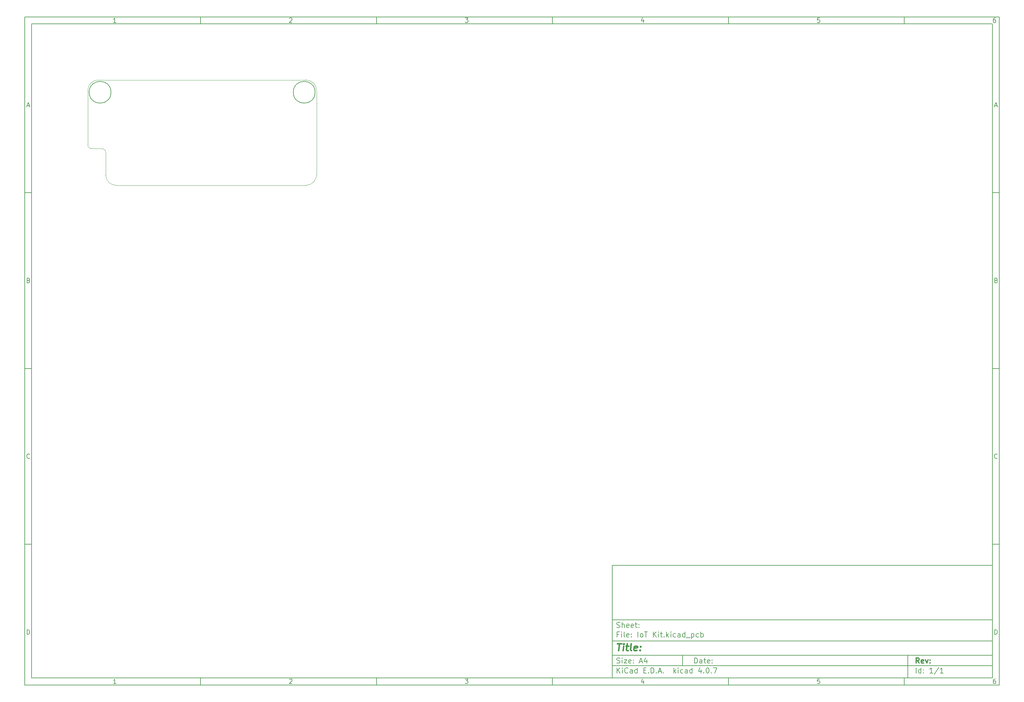
<source format=gbr>
G04 #@! TF.FileFunction,Other,User*
%FSLAX46Y46*%
G04 Gerber Fmt 4.6, Leading zero omitted, Abs format (unit mm)*
G04 Created by KiCad (PCBNEW 4.0.7) date Thursday 07 December 2017 'o51' 11:51:57*
%MOMM*%
%LPD*%
G01*
G04 APERTURE LIST*
%ADD10C,0.100000*%
%ADD11C,0.150000*%
%ADD12C,0.300000*%
%ADD13C,0.400000*%
G04 APERTURE END LIST*
D10*
D11*
X177002200Y-166007200D02*
X177002200Y-198007200D01*
X285002200Y-198007200D01*
X285002200Y-166007200D01*
X177002200Y-166007200D01*
D10*
D11*
X10000000Y-10000000D02*
X10000000Y-200007200D01*
X287002200Y-200007200D01*
X287002200Y-10000000D01*
X10000000Y-10000000D01*
D10*
D11*
X12000000Y-12000000D02*
X12000000Y-198007200D01*
X285002200Y-198007200D01*
X285002200Y-12000000D01*
X12000000Y-12000000D01*
D10*
D11*
X60000000Y-12000000D02*
X60000000Y-10000000D01*
D10*
D11*
X110000000Y-12000000D02*
X110000000Y-10000000D01*
D10*
D11*
X160000000Y-12000000D02*
X160000000Y-10000000D01*
D10*
D11*
X210000000Y-12000000D02*
X210000000Y-10000000D01*
D10*
D11*
X260000000Y-12000000D02*
X260000000Y-10000000D01*
D10*
D11*
X35990476Y-11588095D02*
X35247619Y-11588095D01*
X35619048Y-11588095D02*
X35619048Y-10288095D01*
X35495238Y-10473810D01*
X35371429Y-10597619D01*
X35247619Y-10659524D01*
D10*
D11*
X85247619Y-10411905D02*
X85309524Y-10350000D01*
X85433333Y-10288095D01*
X85742857Y-10288095D01*
X85866667Y-10350000D01*
X85928571Y-10411905D01*
X85990476Y-10535714D01*
X85990476Y-10659524D01*
X85928571Y-10845238D01*
X85185714Y-11588095D01*
X85990476Y-11588095D01*
D10*
D11*
X135185714Y-10288095D02*
X135990476Y-10288095D01*
X135557143Y-10783333D01*
X135742857Y-10783333D01*
X135866667Y-10845238D01*
X135928571Y-10907143D01*
X135990476Y-11030952D01*
X135990476Y-11340476D01*
X135928571Y-11464286D01*
X135866667Y-11526190D01*
X135742857Y-11588095D01*
X135371429Y-11588095D01*
X135247619Y-11526190D01*
X135185714Y-11464286D01*
D10*
D11*
X185866667Y-10721429D02*
X185866667Y-11588095D01*
X185557143Y-10226190D02*
X185247619Y-11154762D01*
X186052381Y-11154762D01*
D10*
D11*
X235928571Y-10288095D02*
X235309524Y-10288095D01*
X235247619Y-10907143D01*
X235309524Y-10845238D01*
X235433333Y-10783333D01*
X235742857Y-10783333D01*
X235866667Y-10845238D01*
X235928571Y-10907143D01*
X235990476Y-11030952D01*
X235990476Y-11340476D01*
X235928571Y-11464286D01*
X235866667Y-11526190D01*
X235742857Y-11588095D01*
X235433333Y-11588095D01*
X235309524Y-11526190D01*
X235247619Y-11464286D01*
D10*
D11*
X285866667Y-10288095D02*
X285619048Y-10288095D01*
X285495238Y-10350000D01*
X285433333Y-10411905D01*
X285309524Y-10597619D01*
X285247619Y-10845238D01*
X285247619Y-11340476D01*
X285309524Y-11464286D01*
X285371429Y-11526190D01*
X285495238Y-11588095D01*
X285742857Y-11588095D01*
X285866667Y-11526190D01*
X285928571Y-11464286D01*
X285990476Y-11340476D01*
X285990476Y-11030952D01*
X285928571Y-10907143D01*
X285866667Y-10845238D01*
X285742857Y-10783333D01*
X285495238Y-10783333D01*
X285371429Y-10845238D01*
X285309524Y-10907143D01*
X285247619Y-11030952D01*
D10*
D11*
X60000000Y-198007200D02*
X60000000Y-200007200D01*
D10*
D11*
X110000000Y-198007200D02*
X110000000Y-200007200D01*
D10*
D11*
X160000000Y-198007200D02*
X160000000Y-200007200D01*
D10*
D11*
X210000000Y-198007200D02*
X210000000Y-200007200D01*
D10*
D11*
X260000000Y-198007200D02*
X260000000Y-200007200D01*
D10*
D11*
X35990476Y-199595295D02*
X35247619Y-199595295D01*
X35619048Y-199595295D02*
X35619048Y-198295295D01*
X35495238Y-198481010D01*
X35371429Y-198604819D01*
X35247619Y-198666724D01*
D10*
D11*
X85247619Y-198419105D02*
X85309524Y-198357200D01*
X85433333Y-198295295D01*
X85742857Y-198295295D01*
X85866667Y-198357200D01*
X85928571Y-198419105D01*
X85990476Y-198542914D01*
X85990476Y-198666724D01*
X85928571Y-198852438D01*
X85185714Y-199595295D01*
X85990476Y-199595295D01*
D10*
D11*
X135185714Y-198295295D02*
X135990476Y-198295295D01*
X135557143Y-198790533D01*
X135742857Y-198790533D01*
X135866667Y-198852438D01*
X135928571Y-198914343D01*
X135990476Y-199038152D01*
X135990476Y-199347676D01*
X135928571Y-199471486D01*
X135866667Y-199533390D01*
X135742857Y-199595295D01*
X135371429Y-199595295D01*
X135247619Y-199533390D01*
X135185714Y-199471486D01*
D10*
D11*
X185866667Y-198728629D02*
X185866667Y-199595295D01*
X185557143Y-198233390D02*
X185247619Y-199161962D01*
X186052381Y-199161962D01*
D10*
D11*
X235928571Y-198295295D02*
X235309524Y-198295295D01*
X235247619Y-198914343D01*
X235309524Y-198852438D01*
X235433333Y-198790533D01*
X235742857Y-198790533D01*
X235866667Y-198852438D01*
X235928571Y-198914343D01*
X235990476Y-199038152D01*
X235990476Y-199347676D01*
X235928571Y-199471486D01*
X235866667Y-199533390D01*
X235742857Y-199595295D01*
X235433333Y-199595295D01*
X235309524Y-199533390D01*
X235247619Y-199471486D01*
D10*
D11*
X285866667Y-198295295D02*
X285619048Y-198295295D01*
X285495238Y-198357200D01*
X285433333Y-198419105D01*
X285309524Y-198604819D01*
X285247619Y-198852438D01*
X285247619Y-199347676D01*
X285309524Y-199471486D01*
X285371429Y-199533390D01*
X285495238Y-199595295D01*
X285742857Y-199595295D01*
X285866667Y-199533390D01*
X285928571Y-199471486D01*
X285990476Y-199347676D01*
X285990476Y-199038152D01*
X285928571Y-198914343D01*
X285866667Y-198852438D01*
X285742857Y-198790533D01*
X285495238Y-198790533D01*
X285371429Y-198852438D01*
X285309524Y-198914343D01*
X285247619Y-199038152D01*
D10*
D11*
X10000000Y-60000000D02*
X12000000Y-60000000D01*
D10*
D11*
X10000000Y-110000000D02*
X12000000Y-110000000D01*
D10*
D11*
X10000000Y-160000000D02*
X12000000Y-160000000D01*
D10*
D11*
X10690476Y-35216667D02*
X11309524Y-35216667D01*
X10566667Y-35588095D02*
X11000000Y-34288095D01*
X11433333Y-35588095D01*
D10*
D11*
X11092857Y-84907143D02*
X11278571Y-84969048D01*
X11340476Y-85030952D01*
X11402381Y-85154762D01*
X11402381Y-85340476D01*
X11340476Y-85464286D01*
X11278571Y-85526190D01*
X11154762Y-85588095D01*
X10659524Y-85588095D01*
X10659524Y-84288095D01*
X11092857Y-84288095D01*
X11216667Y-84350000D01*
X11278571Y-84411905D01*
X11340476Y-84535714D01*
X11340476Y-84659524D01*
X11278571Y-84783333D01*
X11216667Y-84845238D01*
X11092857Y-84907143D01*
X10659524Y-84907143D01*
D10*
D11*
X11402381Y-135464286D02*
X11340476Y-135526190D01*
X11154762Y-135588095D01*
X11030952Y-135588095D01*
X10845238Y-135526190D01*
X10721429Y-135402381D01*
X10659524Y-135278571D01*
X10597619Y-135030952D01*
X10597619Y-134845238D01*
X10659524Y-134597619D01*
X10721429Y-134473810D01*
X10845238Y-134350000D01*
X11030952Y-134288095D01*
X11154762Y-134288095D01*
X11340476Y-134350000D01*
X11402381Y-134411905D01*
D10*
D11*
X10659524Y-185588095D02*
X10659524Y-184288095D01*
X10969048Y-184288095D01*
X11154762Y-184350000D01*
X11278571Y-184473810D01*
X11340476Y-184597619D01*
X11402381Y-184845238D01*
X11402381Y-185030952D01*
X11340476Y-185278571D01*
X11278571Y-185402381D01*
X11154762Y-185526190D01*
X10969048Y-185588095D01*
X10659524Y-185588095D01*
D10*
D11*
X287002200Y-60000000D02*
X285002200Y-60000000D01*
D10*
D11*
X287002200Y-110000000D02*
X285002200Y-110000000D01*
D10*
D11*
X287002200Y-160000000D02*
X285002200Y-160000000D01*
D10*
D11*
X285692676Y-35216667D02*
X286311724Y-35216667D01*
X285568867Y-35588095D02*
X286002200Y-34288095D01*
X286435533Y-35588095D01*
D10*
D11*
X286095057Y-84907143D02*
X286280771Y-84969048D01*
X286342676Y-85030952D01*
X286404581Y-85154762D01*
X286404581Y-85340476D01*
X286342676Y-85464286D01*
X286280771Y-85526190D01*
X286156962Y-85588095D01*
X285661724Y-85588095D01*
X285661724Y-84288095D01*
X286095057Y-84288095D01*
X286218867Y-84350000D01*
X286280771Y-84411905D01*
X286342676Y-84535714D01*
X286342676Y-84659524D01*
X286280771Y-84783333D01*
X286218867Y-84845238D01*
X286095057Y-84907143D01*
X285661724Y-84907143D01*
D10*
D11*
X286404581Y-135464286D02*
X286342676Y-135526190D01*
X286156962Y-135588095D01*
X286033152Y-135588095D01*
X285847438Y-135526190D01*
X285723629Y-135402381D01*
X285661724Y-135278571D01*
X285599819Y-135030952D01*
X285599819Y-134845238D01*
X285661724Y-134597619D01*
X285723629Y-134473810D01*
X285847438Y-134350000D01*
X286033152Y-134288095D01*
X286156962Y-134288095D01*
X286342676Y-134350000D01*
X286404581Y-134411905D01*
D10*
D11*
X285661724Y-185588095D02*
X285661724Y-184288095D01*
X285971248Y-184288095D01*
X286156962Y-184350000D01*
X286280771Y-184473810D01*
X286342676Y-184597619D01*
X286404581Y-184845238D01*
X286404581Y-185030952D01*
X286342676Y-185278571D01*
X286280771Y-185402381D01*
X286156962Y-185526190D01*
X285971248Y-185588095D01*
X285661724Y-185588095D01*
D10*
D11*
X200359343Y-193785771D02*
X200359343Y-192285771D01*
X200716486Y-192285771D01*
X200930771Y-192357200D01*
X201073629Y-192500057D01*
X201145057Y-192642914D01*
X201216486Y-192928629D01*
X201216486Y-193142914D01*
X201145057Y-193428629D01*
X201073629Y-193571486D01*
X200930771Y-193714343D01*
X200716486Y-193785771D01*
X200359343Y-193785771D01*
X202502200Y-193785771D02*
X202502200Y-193000057D01*
X202430771Y-192857200D01*
X202287914Y-192785771D01*
X202002200Y-192785771D01*
X201859343Y-192857200D01*
X202502200Y-193714343D02*
X202359343Y-193785771D01*
X202002200Y-193785771D01*
X201859343Y-193714343D01*
X201787914Y-193571486D01*
X201787914Y-193428629D01*
X201859343Y-193285771D01*
X202002200Y-193214343D01*
X202359343Y-193214343D01*
X202502200Y-193142914D01*
X203002200Y-192785771D02*
X203573629Y-192785771D01*
X203216486Y-192285771D02*
X203216486Y-193571486D01*
X203287914Y-193714343D01*
X203430772Y-193785771D01*
X203573629Y-193785771D01*
X204645057Y-193714343D02*
X204502200Y-193785771D01*
X204216486Y-193785771D01*
X204073629Y-193714343D01*
X204002200Y-193571486D01*
X204002200Y-193000057D01*
X204073629Y-192857200D01*
X204216486Y-192785771D01*
X204502200Y-192785771D01*
X204645057Y-192857200D01*
X204716486Y-193000057D01*
X204716486Y-193142914D01*
X204002200Y-193285771D01*
X205359343Y-193642914D02*
X205430771Y-193714343D01*
X205359343Y-193785771D01*
X205287914Y-193714343D01*
X205359343Y-193642914D01*
X205359343Y-193785771D01*
X205359343Y-192857200D02*
X205430771Y-192928629D01*
X205359343Y-193000057D01*
X205287914Y-192928629D01*
X205359343Y-192857200D01*
X205359343Y-193000057D01*
D10*
D11*
X177002200Y-194507200D02*
X285002200Y-194507200D01*
D10*
D11*
X178359343Y-196585771D02*
X178359343Y-195085771D01*
X179216486Y-196585771D02*
X178573629Y-195728629D01*
X179216486Y-195085771D02*
X178359343Y-195942914D01*
X179859343Y-196585771D02*
X179859343Y-195585771D01*
X179859343Y-195085771D02*
X179787914Y-195157200D01*
X179859343Y-195228629D01*
X179930771Y-195157200D01*
X179859343Y-195085771D01*
X179859343Y-195228629D01*
X181430772Y-196442914D02*
X181359343Y-196514343D01*
X181145057Y-196585771D01*
X181002200Y-196585771D01*
X180787915Y-196514343D01*
X180645057Y-196371486D01*
X180573629Y-196228629D01*
X180502200Y-195942914D01*
X180502200Y-195728629D01*
X180573629Y-195442914D01*
X180645057Y-195300057D01*
X180787915Y-195157200D01*
X181002200Y-195085771D01*
X181145057Y-195085771D01*
X181359343Y-195157200D01*
X181430772Y-195228629D01*
X182716486Y-196585771D02*
X182716486Y-195800057D01*
X182645057Y-195657200D01*
X182502200Y-195585771D01*
X182216486Y-195585771D01*
X182073629Y-195657200D01*
X182716486Y-196514343D02*
X182573629Y-196585771D01*
X182216486Y-196585771D01*
X182073629Y-196514343D01*
X182002200Y-196371486D01*
X182002200Y-196228629D01*
X182073629Y-196085771D01*
X182216486Y-196014343D01*
X182573629Y-196014343D01*
X182716486Y-195942914D01*
X184073629Y-196585771D02*
X184073629Y-195085771D01*
X184073629Y-196514343D02*
X183930772Y-196585771D01*
X183645058Y-196585771D01*
X183502200Y-196514343D01*
X183430772Y-196442914D01*
X183359343Y-196300057D01*
X183359343Y-195871486D01*
X183430772Y-195728629D01*
X183502200Y-195657200D01*
X183645058Y-195585771D01*
X183930772Y-195585771D01*
X184073629Y-195657200D01*
X185930772Y-195800057D02*
X186430772Y-195800057D01*
X186645058Y-196585771D02*
X185930772Y-196585771D01*
X185930772Y-195085771D01*
X186645058Y-195085771D01*
X187287915Y-196442914D02*
X187359343Y-196514343D01*
X187287915Y-196585771D01*
X187216486Y-196514343D01*
X187287915Y-196442914D01*
X187287915Y-196585771D01*
X188002201Y-196585771D02*
X188002201Y-195085771D01*
X188359344Y-195085771D01*
X188573629Y-195157200D01*
X188716487Y-195300057D01*
X188787915Y-195442914D01*
X188859344Y-195728629D01*
X188859344Y-195942914D01*
X188787915Y-196228629D01*
X188716487Y-196371486D01*
X188573629Y-196514343D01*
X188359344Y-196585771D01*
X188002201Y-196585771D01*
X189502201Y-196442914D02*
X189573629Y-196514343D01*
X189502201Y-196585771D01*
X189430772Y-196514343D01*
X189502201Y-196442914D01*
X189502201Y-196585771D01*
X190145058Y-196157200D02*
X190859344Y-196157200D01*
X190002201Y-196585771D02*
X190502201Y-195085771D01*
X191002201Y-196585771D01*
X191502201Y-196442914D02*
X191573629Y-196514343D01*
X191502201Y-196585771D01*
X191430772Y-196514343D01*
X191502201Y-196442914D01*
X191502201Y-196585771D01*
X194502201Y-196585771D02*
X194502201Y-195085771D01*
X194645058Y-196014343D02*
X195073629Y-196585771D01*
X195073629Y-195585771D02*
X194502201Y-196157200D01*
X195716487Y-196585771D02*
X195716487Y-195585771D01*
X195716487Y-195085771D02*
X195645058Y-195157200D01*
X195716487Y-195228629D01*
X195787915Y-195157200D01*
X195716487Y-195085771D01*
X195716487Y-195228629D01*
X197073630Y-196514343D02*
X196930773Y-196585771D01*
X196645059Y-196585771D01*
X196502201Y-196514343D01*
X196430773Y-196442914D01*
X196359344Y-196300057D01*
X196359344Y-195871486D01*
X196430773Y-195728629D01*
X196502201Y-195657200D01*
X196645059Y-195585771D01*
X196930773Y-195585771D01*
X197073630Y-195657200D01*
X198359344Y-196585771D02*
X198359344Y-195800057D01*
X198287915Y-195657200D01*
X198145058Y-195585771D01*
X197859344Y-195585771D01*
X197716487Y-195657200D01*
X198359344Y-196514343D02*
X198216487Y-196585771D01*
X197859344Y-196585771D01*
X197716487Y-196514343D01*
X197645058Y-196371486D01*
X197645058Y-196228629D01*
X197716487Y-196085771D01*
X197859344Y-196014343D01*
X198216487Y-196014343D01*
X198359344Y-195942914D01*
X199716487Y-196585771D02*
X199716487Y-195085771D01*
X199716487Y-196514343D02*
X199573630Y-196585771D01*
X199287916Y-196585771D01*
X199145058Y-196514343D01*
X199073630Y-196442914D01*
X199002201Y-196300057D01*
X199002201Y-195871486D01*
X199073630Y-195728629D01*
X199145058Y-195657200D01*
X199287916Y-195585771D01*
X199573630Y-195585771D01*
X199716487Y-195657200D01*
X202216487Y-195585771D02*
X202216487Y-196585771D01*
X201859344Y-195014343D02*
X201502201Y-196085771D01*
X202430773Y-196085771D01*
X203002201Y-196442914D02*
X203073629Y-196514343D01*
X203002201Y-196585771D01*
X202930772Y-196514343D01*
X203002201Y-196442914D01*
X203002201Y-196585771D01*
X204002201Y-195085771D02*
X204145058Y-195085771D01*
X204287915Y-195157200D01*
X204359344Y-195228629D01*
X204430773Y-195371486D01*
X204502201Y-195657200D01*
X204502201Y-196014343D01*
X204430773Y-196300057D01*
X204359344Y-196442914D01*
X204287915Y-196514343D01*
X204145058Y-196585771D01*
X204002201Y-196585771D01*
X203859344Y-196514343D01*
X203787915Y-196442914D01*
X203716487Y-196300057D01*
X203645058Y-196014343D01*
X203645058Y-195657200D01*
X203716487Y-195371486D01*
X203787915Y-195228629D01*
X203859344Y-195157200D01*
X204002201Y-195085771D01*
X205145058Y-196442914D02*
X205216486Y-196514343D01*
X205145058Y-196585771D01*
X205073629Y-196514343D01*
X205145058Y-196442914D01*
X205145058Y-196585771D01*
X205716487Y-195085771D02*
X206716487Y-195085771D01*
X206073630Y-196585771D01*
D10*
D11*
X177002200Y-191507200D02*
X285002200Y-191507200D01*
D10*
D12*
X264216486Y-193785771D02*
X263716486Y-193071486D01*
X263359343Y-193785771D02*
X263359343Y-192285771D01*
X263930771Y-192285771D01*
X264073629Y-192357200D01*
X264145057Y-192428629D01*
X264216486Y-192571486D01*
X264216486Y-192785771D01*
X264145057Y-192928629D01*
X264073629Y-193000057D01*
X263930771Y-193071486D01*
X263359343Y-193071486D01*
X265430771Y-193714343D02*
X265287914Y-193785771D01*
X265002200Y-193785771D01*
X264859343Y-193714343D01*
X264787914Y-193571486D01*
X264787914Y-193000057D01*
X264859343Y-192857200D01*
X265002200Y-192785771D01*
X265287914Y-192785771D01*
X265430771Y-192857200D01*
X265502200Y-193000057D01*
X265502200Y-193142914D01*
X264787914Y-193285771D01*
X266002200Y-192785771D02*
X266359343Y-193785771D01*
X266716485Y-192785771D01*
X267287914Y-193642914D02*
X267359342Y-193714343D01*
X267287914Y-193785771D01*
X267216485Y-193714343D01*
X267287914Y-193642914D01*
X267287914Y-193785771D01*
X267287914Y-192857200D02*
X267359342Y-192928629D01*
X267287914Y-193000057D01*
X267216485Y-192928629D01*
X267287914Y-192857200D01*
X267287914Y-193000057D01*
D10*
D11*
X178287914Y-193714343D02*
X178502200Y-193785771D01*
X178859343Y-193785771D01*
X179002200Y-193714343D01*
X179073629Y-193642914D01*
X179145057Y-193500057D01*
X179145057Y-193357200D01*
X179073629Y-193214343D01*
X179002200Y-193142914D01*
X178859343Y-193071486D01*
X178573629Y-193000057D01*
X178430771Y-192928629D01*
X178359343Y-192857200D01*
X178287914Y-192714343D01*
X178287914Y-192571486D01*
X178359343Y-192428629D01*
X178430771Y-192357200D01*
X178573629Y-192285771D01*
X178930771Y-192285771D01*
X179145057Y-192357200D01*
X179787914Y-193785771D02*
X179787914Y-192785771D01*
X179787914Y-192285771D02*
X179716485Y-192357200D01*
X179787914Y-192428629D01*
X179859342Y-192357200D01*
X179787914Y-192285771D01*
X179787914Y-192428629D01*
X180359343Y-192785771D02*
X181145057Y-192785771D01*
X180359343Y-193785771D01*
X181145057Y-193785771D01*
X182287914Y-193714343D02*
X182145057Y-193785771D01*
X181859343Y-193785771D01*
X181716486Y-193714343D01*
X181645057Y-193571486D01*
X181645057Y-193000057D01*
X181716486Y-192857200D01*
X181859343Y-192785771D01*
X182145057Y-192785771D01*
X182287914Y-192857200D01*
X182359343Y-193000057D01*
X182359343Y-193142914D01*
X181645057Y-193285771D01*
X183002200Y-193642914D02*
X183073628Y-193714343D01*
X183002200Y-193785771D01*
X182930771Y-193714343D01*
X183002200Y-193642914D01*
X183002200Y-193785771D01*
X183002200Y-192857200D02*
X183073628Y-192928629D01*
X183002200Y-193000057D01*
X182930771Y-192928629D01*
X183002200Y-192857200D01*
X183002200Y-193000057D01*
X184787914Y-193357200D02*
X185502200Y-193357200D01*
X184645057Y-193785771D02*
X185145057Y-192285771D01*
X185645057Y-193785771D01*
X186787914Y-192785771D02*
X186787914Y-193785771D01*
X186430771Y-192214343D02*
X186073628Y-193285771D01*
X187002200Y-193285771D01*
D10*
D11*
X263359343Y-196585771D02*
X263359343Y-195085771D01*
X264716486Y-196585771D02*
X264716486Y-195085771D01*
X264716486Y-196514343D02*
X264573629Y-196585771D01*
X264287915Y-196585771D01*
X264145057Y-196514343D01*
X264073629Y-196442914D01*
X264002200Y-196300057D01*
X264002200Y-195871486D01*
X264073629Y-195728629D01*
X264145057Y-195657200D01*
X264287915Y-195585771D01*
X264573629Y-195585771D01*
X264716486Y-195657200D01*
X265430772Y-196442914D02*
X265502200Y-196514343D01*
X265430772Y-196585771D01*
X265359343Y-196514343D01*
X265430772Y-196442914D01*
X265430772Y-196585771D01*
X265430772Y-195657200D02*
X265502200Y-195728629D01*
X265430772Y-195800057D01*
X265359343Y-195728629D01*
X265430772Y-195657200D01*
X265430772Y-195800057D01*
X268073629Y-196585771D02*
X267216486Y-196585771D01*
X267645058Y-196585771D02*
X267645058Y-195085771D01*
X267502201Y-195300057D01*
X267359343Y-195442914D01*
X267216486Y-195514343D01*
X269787914Y-195014343D02*
X268502200Y-196942914D01*
X271073629Y-196585771D02*
X270216486Y-196585771D01*
X270645058Y-196585771D02*
X270645058Y-195085771D01*
X270502201Y-195300057D01*
X270359343Y-195442914D01*
X270216486Y-195514343D01*
D10*
D11*
X177002200Y-187507200D02*
X285002200Y-187507200D01*
D10*
D13*
X178454581Y-188211962D02*
X179597438Y-188211962D01*
X178776010Y-190211962D02*
X179026010Y-188211962D01*
X180014105Y-190211962D02*
X180180771Y-188878629D01*
X180264105Y-188211962D02*
X180156962Y-188307200D01*
X180240295Y-188402438D01*
X180347439Y-188307200D01*
X180264105Y-188211962D01*
X180240295Y-188402438D01*
X180847438Y-188878629D02*
X181609343Y-188878629D01*
X181216486Y-188211962D02*
X181002200Y-189926248D01*
X181073630Y-190116724D01*
X181252201Y-190211962D01*
X181442677Y-190211962D01*
X182395058Y-190211962D02*
X182216487Y-190116724D01*
X182145057Y-189926248D01*
X182359343Y-188211962D01*
X183930772Y-190116724D02*
X183728391Y-190211962D01*
X183347439Y-190211962D01*
X183168867Y-190116724D01*
X183097438Y-189926248D01*
X183192676Y-189164343D01*
X183311724Y-188973867D01*
X183514105Y-188878629D01*
X183895057Y-188878629D01*
X184073629Y-188973867D01*
X184145057Y-189164343D01*
X184121248Y-189354819D01*
X183145057Y-189545295D01*
X184895057Y-190021486D02*
X184978392Y-190116724D01*
X184871248Y-190211962D01*
X184787915Y-190116724D01*
X184895057Y-190021486D01*
X184871248Y-190211962D01*
X185026010Y-188973867D02*
X185109344Y-189069105D01*
X185002200Y-189164343D01*
X184918867Y-189069105D01*
X185026010Y-188973867D01*
X185002200Y-189164343D01*
D10*
D11*
X178859343Y-185600057D02*
X178359343Y-185600057D01*
X178359343Y-186385771D02*
X178359343Y-184885771D01*
X179073629Y-184885771D01*
X179645057Y-186385771D02*
X179645057Y-185385771D01*
X179645057Y-184885771D02*
X179573628Y-184957200D01*
X179645057Y-185028629D01*
X179716485Y-184957200D01*
X179645057Y-184885771D01*
X179645057Y-185028629D01*
X180573629Y-186385771D02*
X180430771Y-186314343D01*
X180359343Y-186171486D01*
X180359343Y-184885771D01*
X181716485Y-186314343D02*
X181573628Y-186385771D01*
X181287914Y-186385771D01*
X181145057Y-186314343D01*
X181073628Y-186171486D01*
X181073628Y-185600057D01*
X181145057Y-185457200D01*
X181287914Y-185385771D01*
X181573628Y-185385771D01*
X181716485Y-185457200D01*
X181787914Y-185600057D01*
X181787914Y-185742914D01*
X181073628Y-185885771D01*
X182430771Y-186242914D02*
X182502199Y-186314343D01*
X182430771Y-186385771D01*
X182359342Y-186314343D01*
X182430771Y-186242914D01*
X182430771Y-186385771D01*
X182430771Y-185457200D02*
X182502199Y-185528629D01*
X182430771Y-185600057D01*
X182359342Y-185528629D01*
X182430771Y-185457200D01*
X182430771Y-185600057D01*
X184287914Y-186385771D02*
X184287914Y-184885771D01*
X185216486Y-186385771D02*
X185073628Y-186314343D01*
X185002200Y-186242914D01*
X184930771Y-186100057D01*
X184930771Y-185671486D01*
X185002200Y-185528629D01*
X185073628Y-185457200D01*
X185216486Y-185385771D01*
X185430771Y-185385771D01*
X185573628Y-185457200D01*
X185645057Y-185528629D01*
X185716486Y-185671486D01*
X185716486Y-186100057D01*
X185645057Y-186242914D01*
X185573628Y-186314343D01*
X185430771Y-186385771D01*
X185216486Y-186385771D01*
X186145057Y-184885771D02*
X187002200Y-184885771D01*
X186573629Y-186385771D02*
X186573629Y-184885771D01*
X188645057Y-186385771D02*
X188645057Y-184885771D01*
X189502200Y-186385771D02*
X188859343Y-185528629D01*
X189502200Y-184885771D02*
X188645057Y-185742914D01*
X190145057Y-186385771D02*
X190145057Y-185385771D01*
X190145057Y-184885771D02*
X190073628Y-184957200D01*
X190145057Y-185028629D01*
X190216485Y-184957200D01*
X190145057Y-184885771D01*
X190145057Y-185028629D01*
X190645057Y-185385771D02*
X191216486Y-185385771D01*
X190859343Y-184885771D02*
X190859343Y-186171486D01*
X190930771Y-186314343D01*
X191073629Y-186385771D01*
X191216486Y-186385771D01*
X191716486Y-186242914D02*
X191787914Y-186314343D01*
X191716486Y-186385771D01*
X191645057Y-186314343D01*
X191716486Y-186242914D01*
X191716486Y-186385771D01*
X192430772Y-186385771D02*
X192430772Y-184885771D01*
X192573629Y-185814343D02*
X193002200Y-186385771D01*
X193002200Y-185385771D02*
X192430772Y-185957200D01*
X193645058Y-186385771D02*
X193645058Y-185385771D01*
X193645058Y-184885771D02*
X193573629Y-184957200D01*
X193645058Y-185028629D01*
X193716486Y-184957200D01*
X193645058Y-184885771D01*
X193645058Y-185028629D01*
X195002201Y-186314343D02*
X194859344Y-186385771D01*
X194573630Y-186385771D01*
X194430772Y-186314343D01*
X194359344Y-186242914D01*
X194287915Y-186100057D01*
X194287915Y-185671486D01*
X194359344Y-185528629D01*
X194430772Y-185457200D01*
X194573630Y-185385771D01*
X194859344Y-185385771D01*
X195002201Y-185457200D01*
X196287915Y-186385771D02*
X196287915Y-185600057D01*
X196216486Y-185457200D01*
X196073629Y-185385771D01*
X195787915Y-185385771D01*
X195645058Y-185457200D01*
X196287915Y-186314343D02*
X196145058Y-186385771D01*
X195787915Y-186385771D01*
X195645058Y-186314343D01*
X195573629Y-186171486D01*
X195573629Y-186028629D01*
X195645058Y-185885771D01*
X195787915Y-185814343D01*
X196145058Y-185814343D01*
X196287915Y-185742914D01*
X197645058Y-186385771D02*
X197645058Y-184885771D01*
X197645058Y-186314343D02*
X197502201Y-186385771D01*
X197216487Y-186385771D01*
X197073629Y-186314343D01*
X197002201Y-186242914D01*
X196930772Y-186100057D01*
X196930772Y-185671486D01*
X197002201Y-185528629D01*
X197073629Y-185457200D01*
X197216487Y-185385771D01*
X197502201Y-185385771D01*
X197645058Y-185457200D01*
X198002201Y-186528629D02*
X199145058Y-186528629D01*
X199502201Y-185385771D02*
X199502201Y-186885771D01*
X199502201Y-185457200D02*
X199645058Y-185385771D01*
X199930772Y-185385771D01*
X200073629Y-185457200D01*
X200145058Y-185528629D01*
X200216487Y-185671486D01*
X200216487Y-186100057D01*
X200145058Y-186242914D01*
X200073629Y-186314343D01*
X199930772Y-186385771D01*
X199645058Y-186385771D01*
X199502201Y-186314343D01*
X201502201Y-186314343D02*
X201359344Y-186385771D01*
X201073630Y-186385771D01*
X200930772Y-186314343D01*
X200859344Y-186242914D01*
X200787915Y-186100057D01*
X200787915Y-185671486D01*
X200859344Y-185528629D01*
X200930772Y-185457200D01*
X201073630Y-185385771D01*
X201359344Y-185385771D01*
X201502201Y-185457200D01*
X202145058Y-186385771D02*
X202145058Y-184885771D01*
X202145058Y-185457200D02*
X202287915Y-185385771D01*
X202573629Y-185385771D01*
X202716486Y-185457200D01*
X202787915Y-185528629D01*
X202859344Y-185671486D01*
X202859344Y-186100057D01*
X202787915Y-186242914D01*
X202716486Y-186314343D01*
X202573629Y-186385771D01*
X202287915Y-186385771D01*
X202145058Y-186314343D01*
D10*
D11*
X177002200Y-181507200D02*
X285002200Y-181507200D01*
D10*
D11*
X178287914Y-183614343D02*
X178502200Y-183685771D01*
X178859343Y-183685771D01*
X179002200Y-183614343D01*
X179073629Y-183542914D01*
X179145057Y-183400057D01*
X179145057Y-183257200D01*
X179073629Y-183114343D01*
X179002200Y-183042914D01*
X178859343Y-182971486D01*
X178573629Y-182900057D01*
X178430771Y-182828629D01*
X178359343Y-182757200D01*
X178287914Y-182614343D01*
X178287914Y-182471486D01*
X178359343Y-182328629D01*
X178430771Y-182257200D01*
X178573629Y-182185771D01*
X178930771Y-182185771D01*
X179145057Y-182257200D01*
X179787914Y-183685771D02*
X179787914Y-182185771D01*
X180430771Y-183685771D02*
X180430771Y-182900057D01*
X180359342Y-182757200D01*
X180216485Y-182685771D01*
X180002200Y-182685771D01*
X179859342Y-182757200D01*
X179787914Y-182828629D01*
X181716485Y-183614343D02*
X181573628Y-183685771D01*
X181287914Y-183685771D01*
X181145057Y-183614343D01*
X181073628Y-183471486D01*
X181073628Y-182900057D01*
X181145057Y-182757200D01*
X181287914Y-182685771D01*
X181573628Y-182685771D01*
X181716485Y-182757200D01*
X181787914Y-182900057D01*
X181787914Y-183042914D01*
X181073628Y-183185771D01*
X183002199Y-183614343D02*
X182859342Y-183685771D01*
X182573628Y-183685771D01*
X182430771Y-183614343D01*
X182359342Y-183471486D01*
X182359342Y-182900057D01*
X182430771Y-182757200D01*
X182573628Y-182685771D01*
X182859342Y-182685771D01*
X183002199Y-182757200D01*
X183073628Y-182900057D01*
X183073628Y-183042914D01*
X182359342Y-183185771D01*
X183502199Y-182685771D02*
X184073628Y-182685771D01*
X183716485Y-182185771D02*
X183716485Y-183471486D01*
X183787913Y-183614343D01*
X183930771Y-183685771D01*
X184073628Y-183685771D01*
X184573628Y-183542914D02*
X184645056Y-183614343D01*
X184573628Y-183685771D01*
X184502199Y-183614343D01*
X184573628Y-183542914D01*
X184573628Y-183685771D01*
X184573628Y-182757200D02*
X184645056Y-182828629D01*
X184573628Y-182900057D01*
X184502199Y-182828629D01*
X184573628Y-182757200D01*
X184573628Y-182900057D01*
D10*
D11*
X197002200Y-191507200D02*
X197002200Y-194507200D01*
D10*
D11*
X261002200Y-191507200D02*
X261002200Y-198007200D01*
D10*
X92964000Y-30988000D02*
X92964000Y-54864000D01*
X92940000Y-30932000D02*
G75*
G03X89940000Y-27932000I-3000000J0D01*
G01*
X89940000Y-57897000D02*
G75*
G03X92940000Y-54897000I0J3000000D01*
G01*
X36068000Y-57912000D02*
X89916000Y-57912000D01*
X33020000Y-48514000D02*
G75*
G03X32004000Y-47498000I-1016000J0D01*
G01*
X33020000Y-54991000D02*
X33020000Y-48514000D01*
X27940000Y-30962600D02*
X27940000Y-46456600D01*
X30940000Y-27932000D02*
X89940000Y-27932000D01*
X30940000Y-27932000D02*
G75*
G03X27940000Y-30932000I0J-3000000D01*
G01*
X27940000Y-46432000D02*
G75*
G03X28940000Y-47432000I1000000J0D01*
G01*
X33020000Y-54897000D02*
G75*
G03X36020000Y-57897000I3000000J0D01*
G01*
X28940000Y-47432000D02*
X31940000Y-47432000D01*
D11*
X92540000Y-31432000D02*
G75*
G03X92540000Y-31432000I-3100000J0D01*
G01*
X34540000Y-31432000D02*
G75*
G03X34540000Y-31432000I-3100000J0D01*
G01*
M02*

</source>
